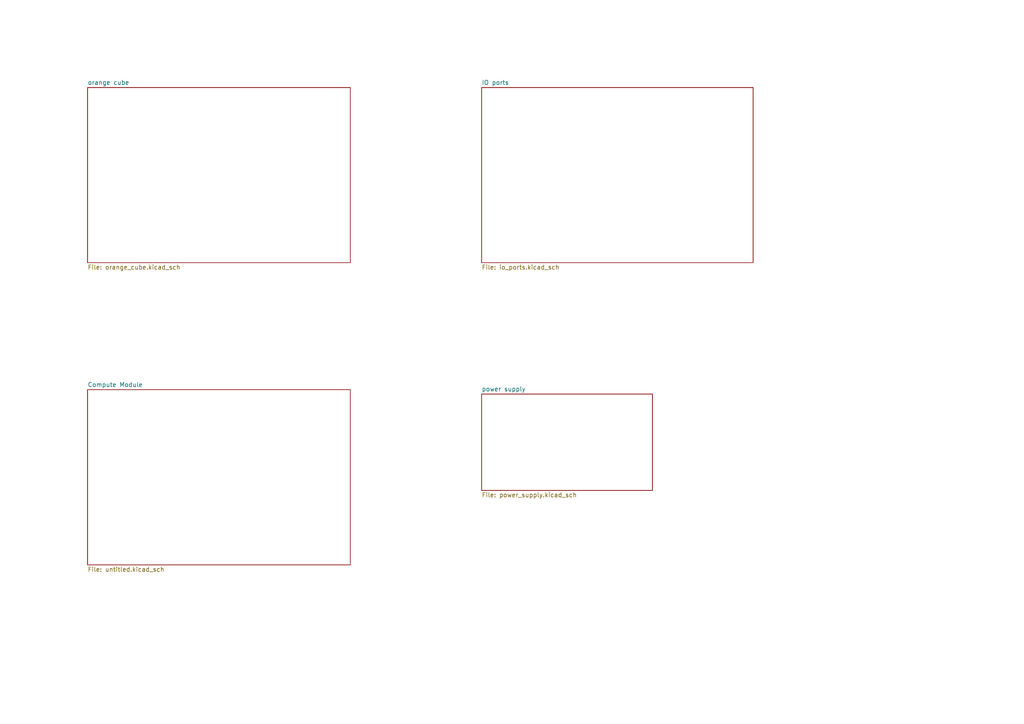
<source format=kicad_sch>
(kicad_sch (version 20211123) (generator eeschema)
  (paper "A4")
  (lib_symbols)
  (sheet (at 139.7 114.3) (size 49.53 27.94) (stroke (width 0.1524))
    (property "Sheet name" "power supply" (at 139.7 113.5884 0) (effects (justify left bottom)))
    (property "Sheet file" "power_supply.kicad_sch" (at 139.7 142.8246 0) (effects (justify left top)))
  )
  (sheet (at 139.7 25.4) (size 78.74 50.8) (stroke (width 0.1524))
    (property "Sheet name" "IO ports" (at 139.7 24.6884 0) (effects (justify left bottom)))
    (property "Sheet file" "io_ports.kicad_sch" (at 139.7 76.7846 0) (effects (justify left top)))
  )
  (sheet (at 25.4 113.03) (size 76.2 50.8) (stroke (width 0.1524))
    (property "Sheet name" "Compute Module" (at 25.4 112.3184 0) (effects (justify left bottom)))
    (property "Sheet file" "untitled.kicad_sch" (at 25.4 164.4146 0) (effects (justify left top)))
  )
  (sheet (at 25.4 25.4) (size 76.2 50.8) (stroke (width 0.1524))
    (property "Sheet name" "orange cube" (at 25.4 24.6884 0) (effects (justify left bottom)))
    (property "Sheet file" "orange_cube.kicad_sch" (at 25.4 76.7846 0) (effects (justify left top)))
  )
)
</source>
